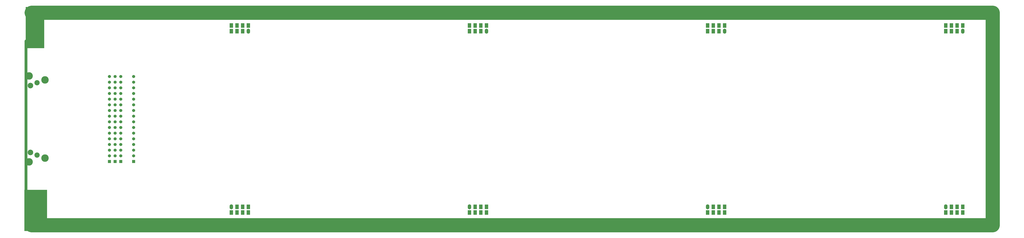
<source format=gbs>
G04 Layer_Color=16711935*
%FSLAX44Y44*%
%MOMM*%
G71*
G01*
G75*
%ADD28C,1.2700*%
%ADD33C,2.3516*%
%ADD34O,1.5240X2.2606*%
%ADD35R,1.5240X2.0066*%
%ADD36R,1.3716X1.3716*%
%ADD37C,1.3716*%
%ADD38C,3.3416*%
%ADD39C,2.5016*%
%ADD40C,4.3800*%
%ADD41C,6.3500*%
%ADD42R,10.1600X18.4150*%
%ADD43R,8.2550X18.4150*%
%ADD44R,8.2550X2.5400*%
D28*
X6350Y-349250D02*
Y349250D01*
D33*
X56896Y162254D02*
D03*
Y-161746D02*
D03*
D34*
X1993900Y-393700D02*
D03*
X927100D02*
D03*
X1003300Y393700D02*
D03*
X2070100D02*
D03*
X3060700Y-393700D02*
D03*
X3136900Y393700D02*
D03*
X4203700D02*
D03*
X4127500Y-393700D02*
D03*
D35*
X2070100Y-419100D02*
D03*
X2044700D02*
D03*
X2019300D02*
D03*
X1993900D02*
D03*
X2044700Y-393700D02*
D03*
X2019300D02*
D03*
X2070100D02*
D03*
X1003300Y-419100D02*
D03*
X977900D02*
D03*
X952500D02*
D03*
X927100D02*
D03*
X977900Y-393700D02*
D03*
X952500D02*
D03*
X1003300D02*
D03*
X927100Y419100D02*
D03*
X952500D02*
D03*
X977900D02*
D03*
X1003300D02*
D03*
X952500Y393700D02*
D03*
X977900D02*
D03*
X927100D02*
D03*
X1993900Y419100D02*
D03*
X2019300D02*
D03*
X2044700D02*
D03*
X2070100D02*
D03*
X2019300Y393700D02*
D03*
X2044700D02*
D03*
X1993900D02*
D03*
X3136900Y-419100D02*
D03*
X3111500D02*
D03*
X3086100D02*
D03*
X3060700D02*
D03*
X3111500Y-393700D02*
D03*
X3086100D02*
D03*
X3136900D02*
D03*
X3060700Y419100D02*
D03*
X3086100D02*
D03*
X3111500D02*
D03*
X3136900D02*
D03*
X3086100Y393700D02*
D03*
X3111500D02*
D03*
X3060700D02*
D03*
X4127500Y419100D02*
D03*
X4152900D02*
D03*
X4178300D02*
D03*
X4203700D02*
D03*
X4152900Y393700D02*
D03*
X4178300D02*
D03*
X4127500D02*
D03*
X4203700Y-419100D02*
D03*
X4178300D02*
D03*
X4152900D02*
D03*
X4127500D02*
D03*
X4178300Y-393700D02*
D03*
X4152900D02*
D03*
X4203700D02*
D03*
D36*
X488950Y-190500D02*
D03*
X381000D02*
D03*
X406400D02*
D03*
X431800D02*
D03*
D37*
X488950Y-165100D02*
D03*
Y-139700D02*
D03*
Y-114300D02*
D03*
Y-88900D02*
D03*
Y-63500D02*
D03*
Y-38100D02*
D03*
Y-12700D02*
D03*
Y12700D02*
D03*
Y38100D02*
D03*
Y63500D02*
D03*
Y88900D02*
D03*
Y114300D02*
D03*
Y139700D02*
D03*
Y165100D02*
D03*
Y190500D02*
D03*
X381000D02*
D03*
Y165100D02*
D03*
Y139700D02*
D03*
Y114300D02*
D03*
Y88900D02*
D03*
Y63500D02*
D03*
Y38100D02*
D03*
Y12700D02*
D03*
Y-12700D02*
D03*
Y-38100D02*
D03*
Y-63500D02*
D03*
Y-88900D02*
D03*
Y-114300D02*
D03*
Y-139700D02*
D03*
Y-165100D02*
D03*
X406400Y190500D02*
D03*
Y165100D02*
D03*
Y139700D02*
D03*
Y114300D02*
D03*
Y88900D02*
D03*
Y63500D02*
D03*
Y38100D02*
D03*
Y12700D02*
D03*
Y-12700D02*
D03*
Y-38100D02*
D03*
Y-63500D02*
D03*
Y-88900D02*
D03*
Y-114300D02*
D03*
Y-139700D02*
D03*
Y-165100D02*
D03*
X431800Y190500D02*
D03*
Y165100D02*
D03*
Y139700D02*
D03*
Y114300D02*
D03*
Y88900D02*
D03*
Y63500D02*
D03*
Y38100D02*
D03*
Y12700D02*
D03*
Y-12700D02*
D03*
Y-38100D02*
D03*
Y-63500D02*
D03*
Y-88900D02*
D03*
Y-114300D02*
D03*
Y-139700D02*
D03*
Y-165100D02*
D03*
D38*
X92396Y-175146D02*
D03*
X21396Y-192446D02*
D03*
X92396Y175654D02*
D03*
X21396Y192954D02*
D03*
D39*
X26896Y-149746D02*
D03*
Y150254D02*
D03*
D40*
X285750Y476250D02*
D03*
X762000D02*
D03*
X1111250D02*
D03*
X2178050D02*
D03*
X3244850D02*
D03*
X4311650D02*
D03*
Y-476250D02*
D03*
X3244850D02*
D03*
X2178050D02*
D03*
X1111250D02*
D03*
X762000D02*
D03*
X285750D02*
D03*
D41*
X31750Y476250D02*
X4337050D01*
X31750Y-476250D02*
X4337050D01*
Y476250D01*
D42*
X50800Y-409575D02*
D03*
D43*
X47625Y409575D02*
D03*
D44*
Y368300D02*
D03*
M02*

</source>
